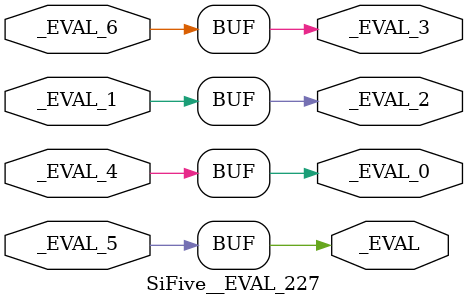
<source format=v>
module SiFive__EVAL_227(
  output  _EVAL,
  output  _EVAL_0,
  input   _EVAL_1,
  output  _EVAL_2,
  output  _EVAL_3,
  input   _EVAL_4,
  input   _EVAL_5,
  input   _EVAL_6
);
  assign _EVAL_2 = _EVAL_1;
  assign _EVAL = _EVAL_5;
  assign _EVAL_3 = _EVAL_6;
  assign _EVAL_0 = _EVAL_4;
endmodule

</source>
